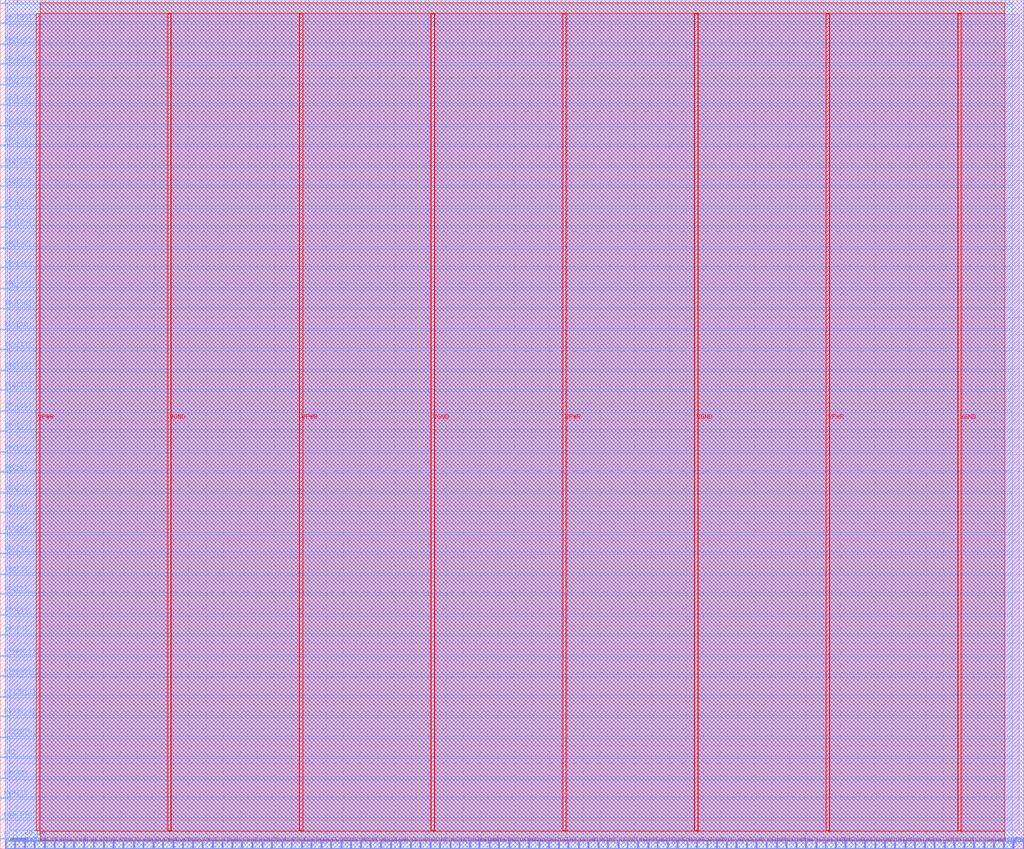
<source format=lef>
VERSION 5.7 ;
  NOWIREEXTENSIONATPIN ON ;
  DIVIDERCHAR "/" ;
  BUSBITCHARS "[]" ;
MACRO NfiVe32_SYS
  CLASS BLOCK ;
  FOREIGN NfiVe32_SYS ;
  ORIGIN 0.000 0.000 ;
  SIZE 597.010 BY 495.370 ;
  PIN HADDR[0]
    DIRECTION OUTPUT TRISTATE ;
    USE SIGNAL ;
    PORT
      LAYER met2 ;
        RECT 2.850 0.000 3.130 4.000 ;
    END
  END HADDR[0]
  PIN HADDR[10]
    DIRECTION OUTPUT TRISTATE ;
    USE SIGNAL ;
    PORT
      LAYER met2 ;
        RECT 60.350 0.000 60.630 4.000 ;
    END
  END HADDR[10]
  PIN HADDR[11]
    DIRECTION OUTPUT TRISTATE ;
    USE SIGNAL ;
    PORT
      LAYER met2 ;
        RECT 65.870 0.000 66.150 4.000 ;
    END
  END HADDR[11]
  PIN HADDR[12]
    DIRECTION OUTPUT TRISTATE ;
    USE SIGNAL ;
    PORT
      LAYER met2 ;
        RECT 71.850 0.000 72.130 4.000 ;
    END
  END HADDR[12]
  PIN HADDR[13]
    DIRECTION OUTPUT TRISTATE ;
    USE SIGNAL ;
    PORT
      LAYER met2 ;
        RECT 77.830 0.000 78.110 4.000 ;
    END
  END HADDR[13]
  PIN HADDR[14]
    DIRECTION OUTPUT TRISTATE ;
    USE SIGNAL ;
    PORT
      LAYER met2 ;
        RECT 83.350 0.000 83.630 4.000 ;
    END
  END HADDR[14]
  PIN HADDR[15]
    DIRECTION OUTPUT TRISTATE ;
    USE SIGNAL ;
    PORT
      LAYER met2 ;
        RECT 89.330 0.000 89.610 4.000 ;
    END
  END HADDR[15]
  PIN HADDR[16]
    DIRECTION OUTPUT TRISTATE ;
    USE SIGNAL ;
    PORT
      LAYER met2 ;
        RECT 94.850 0.000 95.130 4.000 ;
    END
  END HADDR[16]
  PIN HADDR[17]
    DIRECTION OUTPUT TRISTATE ;
    USE SIGNAL ;
    PORT
      LAYER met2 ;
        RECT 100.830 0.000 101.110 4.000 ;
    END
  END HADDR[17]
  PIN HADDR[18]
    DIRECTION OUTPUT TRISTATE ;
    USE SIGNAL ;
    PORT
      LAYER met2 ;
        RECT 106.350 0.000 106.630 4.000 ;
    END
  END HADDR[18]
  PIN HADDR[19]
    DIRECTION OUTPUT TRISTATE ;
    USE SIGNAL ;
    PORT
      LAYER met2 ;
        RECT 112.330 0.000 112.610 4.000 ;
    END
  END HADDR[19]
  PIN HADDR[1]
    DIRECTION OUTPUT TRISTATE ;
    USE SIGNAL ;
    PORT
      LAYER met2 ;
        RECT 8.370 0.000 8.650 4.000 ;
    END
  END HADDR[1]
  PIN HADDR[20]
    DIRECTION OUTPUT TRISTATE ;
    USE SIGNAL ;
    PORT
      LAYER met2 ;
        RECT 117.850 0.000 118.130 4.000 ;
    END
  END HADDR[20]
  PIN HADDR[21]
    DIRECTION OUTPUT TRISTATE ;
    USE SIGNAL ;
    PORT
      LAYER met2 ;
        RECT 123.830 0.000 124.110 4.000 ;
    END
  END HADDR[21]
  PIN HADDR[22]
    DIRECTION OUTPUT TRISTATE ;
    USE SIGNAL ;
    PORT
      LAYER met2 ;
        RECT 129.350 0.000 129.630 4.000 ;
    END
  END HADDR[22]
  PIN HADDR[23]
    DIRECTION OUTPUT TRISTATE ;
    USE SIGNAL ;
    PORT
      LAYER met2 ;
        RECT 135.330 0.000 135.610 4.000 ;
    END
  END HADDR[23]
  PIN HADDR[24]
    DIRECTION OUTPUT TRISTATE ;
    USE SIGNAL ;
    PORT
      LAYER met2 ;
        RECT 140.850 0.000 141.130 4.000 ;
    END
  END HADDR[24]
  PIN HADDR[25]
    DIRECTION OUTPUT TRISTATE ;
    USE SIGNAL ;
    PORT
      LAYER met2 ;
        RECT 146.830 0.000 147.110 4.000 ;
    END
  END HADDR[25]
  PIN HADDR[26]
    DIRECTION OUTPUT TRISTATE ;
    USE SIGNAL ;
    PORT
      LAYER met2 ;
        RECT 152.810 0.000 153.090 4.000 ;
    END
  END HADDR[26]
  PIN HADDR[27]
    DIRECTION OUTPUT TRISTATE ;
    USE SIGNAL ;
    PORT
      LAYER met2 ;
        RECT 158.330 0.000 158.610 4.000 ;
    END
  END HADDR[27]
  PIN HADDR[28]
    DIRECTION OUTPUT TRISTATE ;
    USE SIGNAL ;
    PORT
      LAYER met2 ;
        RECT 164.310 0.000 164.590 4.000 ;
    END
  END HADDR[28]
  PIN HADDR[29]
    DIRECTION OUTPUT TRISTATE ;
    USE SIGNAL ;
    PORT
      LAYER met2 ;
        RECT 169.830 0.000 170.110 4.000 ;
    END
  END HADDR[29]
  PIN HADDR[2]
    DIRECTION OUTPUT TRISTATE ;
    USE SIGNAL ;
    PORT
      LAYER met2 ;
        RECT 14.350 0.000 14.630 4.000 ;
    END
  END HADDR[2]
  PIN HADDR[30]
    DIRECTION OUTPUT TRISTATE ;
    USE SIGNAL ;
    PORT
      LAYER met2 ;
        RECT 175.810 0.000 176.090 4.000 ;
    END
  END HADDR[30]
  PIN HADDR[31]
    DIRECTION OUTPUT TRISTATE ;
    USE SIGNAL ;
    PORT
      LAYER met2 ;
        RECT 181.330 0.000 181.610 4.000 ;
    END
  END HADDR[31]
  PIN HADDR[3]
    DIRECTION OUTPUT TRISTATE ;
    USE SIGNAL ;
    PORT
      LAYER met2 ;
        RECT 19.870 0.000 20.150 4.000 ;
    END
  END HADDR[3]
  PIN HADDR[4]
    DIRECTION OUTPUT TRISTATE ;
    USE SIGNAL ;
    PORT
      LAYER met2 ;
        RECT 25.850 0.000 26.130 4.000 ;
    END
  END HADDR[4]
  PIN HADDR[5]
    DIRECTION OUTPUT TRISTATE ;
    USE SIGNAL ;
    PORT
      LAYER met2 ;
        RECT 31.370 0.000 31.650 4.000 ;
    END
  END HADDR[5]
  PIN HADDR[6]
    DIRECTION OUTPUT TRISTATE ;
    USE SIGNAL ;
    PORT
      LAYER met2 ;
        RECT 37.350 0.000 37.630 4.000 ;
    END
  END HADDR[6]
  PIN HADDR[7]
    DIRECTION OUTPUT TRISTATE ;
    USE SIGNAL ;
    PORT
      LAYER met2 ;
        RECT 42.870 0.000 43.150 4.000 ;
    END
  END HADDR[7]
  PIN HADDR[8]
    DIRECTION OUTPUT TRISTATE ;
    USE SIGNAL ;
    PORT
      LAYER met2 ;
        RECT 48.850 0.000 49.130 4.000 ;
    END
  END HADDR[8]
  PIN HADDR[9]
    DIRECTION OUTPUT TRISTATE ;
    USE SIGNAL ;
    PORT
      LAYER met2 ;
        RECT 54.370 0.000 54.650 4.000 ;
    END
  END HADDR[9]
  PIN HCLK
    DIRECTION INPUT ;
    USE SIGNAL ;
    PORT
      LAYER met3 ;
        RECT 0.000 5.480 4.000 6.080 ;
    END
  END HCLK
  PIN HRDATA[0]
    DIRECTION INPUT ;
    USE SIGNAL ;
    PORT
      LAYER met2 ;
        RECT 187.310 0.000 187.590 4.000 ;
    END
  END HRDATA[0]
  PIN HRDATA[10]
    DIRECTION INPUT ;
    USE SIGNAL ;
    PORT
      LAYER met2 ;
        RECT 244.810 0.000 245.090 4.000 ;
    END
  END HRDATA[10]
  PIN HRDATA[11]
    DIRECTION INPUT ;
    USE SIGNAL ;
    PORT
      LAYER met2 ;
        RECT 250.790 0.000 251.070 4.000 ;
    END
  END HRDATA[11]
  PIN HRDATA[12]
    DIRECTION INPUT ;
    USE SIGNAL ;
    PORT
      LAYER met2 ;
        RECT 256.310 0.000 256.590 4.000 ;
    END
  END HRDATA[12]
  PIN HRDATA[13]
    DIRECTION INPUT ;
    USE SIGNAL ;
    PORT
      LAYER met2 ;
        RECT 262.290 0.000 262.570 4.000 ;
    END
  END HRDATA[13]
  PIN HRDATA[14]
    DIRECTION INPUT ;
    USE SIGNAL ;
    PORT
      LAYER met2 ;
        RECT 267.810 0.000 268.090 4.000 ;
    END
  END HRDATA[14]
  PIN HRDATA[15]
    DIRECTION INPUT ;
    USE SIGNAL ;
    PORT
      LAYER met2 ;
        RECT 273.790 0.000 274.070 4.000 ;
    END
  END HRDATA[15]
  PIN HRDATA[16]
    DIRECTION INPUT ;
    USE SIGNAL ;
    PORT
      LAYER met2 ;
        RECT 279.310 0.000 279.590 4.000 ;
    END
  END HRDATA[16]
  PIN HRDATA[17]
    DIRECTION INPUT ;
    USE SIGNAL ;
    PORT
      LAYER met2 ;
        RECT 285.290 0.000 285.570 4.000 ;
    END
  END HRDATA[17]
  PIN HRDATA[18]
    DIRECTION INPUT ;
    USE SIGNAL ;
    PORT
      LAYER met2 ;
        RECT 290.810 0.000 291.090 4.000 ;
    END
  END HRDATA[18]
  PIN HRDATA[19]
    DIRECTION INPUT ;
    USE SIGNAL ;
    PORT
      LAYER met2 ;
        RECT 296.790 0.000 297.070 4.000 ;
    END
  END HRDATA[19]
  PIN HRDATA[1]
    DIRECTION INPUT ;
    USE SIGNAL ;
    PORT
      LAYER met2 ;
        RECT 192.830 0.000 193.110 4.000 ;
    END
  END HRDATA[1]
  PIN HRDATA[20]
    DIRECTION INPUT ;
    USE SIGNAL ;
    PORT
      LAYER met2 ;
        RECT 302.770 0.000 303.050 4.000 ;
    END
  END HRDATA[20]
  PIN HRDATA[21]
    DIRECTION INPUT ;
    USE SIGNAL ;
    PORT
      LAYER met2 ;
        RECT 308.290 0.000 308.570 4.000 ;
    END
  END HRDATA[21]
  PIN HRDATA[22]
    DIRECTION INPUT ;
    USE SIGNAL ;
    PORT
      LAYER met2 ;
        RECT 314.270 0.000 314.550 4.000 ;
    END
  END HRDATA[22]
  PIN HRDATA[23]
    DIRECTION INPUT ;
    USE SIGNAL ;
    PORT
      LAYER met2 ;
        RECT 319.790 0.000 320.070 4.000 ;
    END
  END HRDATA[23]
  PIN HRDATA[24]
    DIRECTION INPUT ;
    USE SIGNAL ;
    PORT
      LAYER met2 ;
        RECT 325.770 0.000 326.050 4.000 ;
    END
  END HRDATA[24]
  PIN HRDATA[25]
    DIRECTION INPUT ;
    USE SIGNAL ;
    PORT
      LAYER met2 ;
        RECT 331.290 0.000 331.570 4.000 ;
    END
  END HRDATA[25]
  PIN HRDATA[26]
    DIRECTION INPUT ;
    USE SIGNAL ;
    PORT
      LAYER met2 ;
        RECT 337.270 0.000 337.550 4.000 ;
    END
  END HRDATA[26]
  PIN HRDATA[27]
    DIRECTION INPUT ;
    USE SIGNAL ;
    PORT
      LAYER met2 ;
        RECT 342.790 0.000 343.070 4.000 ;
    END
  END HRDATA[27]
  PIN HRDATA[28]
    DIRECTION INPUT ;
    USE SIGNAL ;
    PORT
      LAYER met2 ;
        RECT 348.770 0.000 349.050 4.000 ;
    END
  END HRDATA[28]
  PIN HRDATA[29]
    DIRECTION INPUT ;
    USE SIGNAL ;
    PORT
      LAYER met2 ;
        RECT 354.290 0.000 354.570 4.000 ;
    END
  END HRDATA[29]
  PIN HRDATA[2]
    DIRECTION INPUT ;
    USE SIGNAL ;
    PORT
      LAYER met2 ;
        RECT 198.810 0.000 199.090 4.000 ;
    END
  END HRDATA[2]
  PIN HRDATA[30]
    DIRECTION INPUT ;
    USE SIGNAL ;
    PORT
      LAYER met2 ;
        RECT 360.270 0.000 360.550 4.000 ;
    END
  END HRDATA[30]
  PIN HRDATA[31]
    DIRECTION INPUT ;
    USE SIGNAL ;
    PORT
      LAYER met2 ;
        RECT 365.790 0.000 366.070 4.000 ;
    END
  END HRDATA[31]
  PIN HRDATA[3]
    DIRECTION INPUT ;
    USE SIGNAL ;
    PORT
      LAYER met2 ;
        RECT 204.330 0.000 204.610 4.000 ;
    END
  END HRDATA[3]
  PIN HRDATA[4]
    DIRECTION INPUT ;
    USE SIGNAL ;
    PORT
      LAYER met2 ;
        RECT 210.310 0.000 210.590 4.000 ;
    END
  END HRDATA[4]
  PIN HRDATA[5]
    DIRECTION INPUT ;
    USE SIGNAL ;
    PORT
      LAYER met2 ;
        RECT 215.830 0.000 216.110 4.000 ;
    END
  END HRDATA[5]
  PIN HRDATA[6]
    DIRECTION INPUT ;
    USE SIGNAL ;
    PORT
      LAYER met2 ;
        RECT 221.810 0.000 222.090 4.000 ;
    END
  END HRDATA[6]
  PIN HRDATA[7]
    DIRECTION INPUT ;
    USE SIGNAL ;
    PORT
      LAYER met2 ;
        RECT 227.790 0.000 228.070 4.000 ;
    END
  END HRDATA[7]
  PIN HRDATA[8]
    DIRECTION INPUT ;
    USE SIGNAL ;
    PORT
      LAYER met2 ;
        RECT 233.310 0.000 233.590 4.000 ;
    END
  END HRDATA[8]
  PIN HRDATA[9]
    DIRECTION INPUT ;
    USE SIGNAL ;
    PORT
      LAYER met2 ;
        RECT 239.290 0.000 239.570 4.000 ;
    END
  END HRDATA[9]
  PIN HREADY
    DIRECTION INPUT ;
    USE SIGNAL ;
    PORT
      LAYER met3 ;
        RECT 0.000 40.840 4.000 41.440 ;
    END
  END HREADY
  PIN HRESETn
    DIRECTION INPUT ;
    USE SIGNAL ;
    PORT
      LAYER met3 ;
        RECT 0.000 17.040 4.000 17.640 ;
    END
  END HRESETn
  PIN HSIZE[0]
    DIRECTION OUTPUT TRISTATE ;
    USE SIGNAL ;
    PORT
      LAYER met3 ;
        RECT 0.000 64.640 4.000 65.240 ;
    END
  END HSIZE[0]
  PIN HSIZE[1]
    DIRECTION OUTPUT TRISTATE ;
    USE SIGNAL ;
    PORT
      LAYER met3 ;
        RECT 0.000 76.880 4.000 77.480 ;
    END
  END HSIZE[1]
  PIN HSIZE[2]
    DIRECTION OUTPUT TRISTATE ;
    USE SIGNAL ;
    PORT
      LAYER met3 ;
        RECT 0.000 88.440 4.000 89.040 ;
    END
  END HSIZE[2]
  PIN HTRANS[0]
    DIRECTION OUTPUT TRISTATE ;
    USE SIGNAL ;
    PORT
      LAYER met3 ;
        RECT 0.000 100.680 4.000 101.280 ;
    END
  END HTRANS[0]
  PIN HTRANS[1]
    DIRECTION OUTPUT TRISTATE ;
    USE SIGNAL ;
    PORT
      LAYER met3 ;
        RECT 0.000 112.240 4.000 112.840 ;
    END
  END HTRANS[1]
  PIN HWDATA[0]
    DIRECTION OUTPUT TRISTATE ;
    USE SIGNAL ;
    PORT
      LAYER met2 ;
        RECT 371.770 0.000 372.050 4.000 ;
    END
  END HWDATA[0]
  PIN HWDATA[10]
    DIRECTION OUTPUT TRISTATE ;
    USE SIGNAL ;
    PORT
      LAYER met2 ;
        RECT 429.270 0.000 429.550 4.000 ;
    END
  END HWDATA[10]
  PIN HWDATA[11]
    DIRECTION OUTPUT TRISTATE ;
    USE SIGNAL ;
    PORT
      LAYER met2 ;
        RECT 435.250 0.000 435.530 4.000 ;
    END
  END HWDATA[11]
  PIN HWDATA[12]
    DIRECTION OUTPUT TRISTATE ;
    USE SIGNAL ;
    PORT
      LAYER met2 ;
        RECT 440.770 0.000 441.050 4.000 ;
    END
  END HWDATA[12]
  PIN HWDATA[13]
    DIRECTION OUTPUT TRISTATE ;
    USE SIGNAL ;
    PORT
      LAYER met2 ;
        RECT 446.750 0.000 447.030 4.000 ;
    END
  END HWDATA[13]
  PIN HWDATA[14]
    DIRECTION OUTPUT TRISTATE ;
    USE SIGNAL ;
    PORT
      LAYER met2 ;
        RECT 452.730 0.000 453.010 4.000 ;
    END
  END HWDATA[14]
  PIN HWDATA[15]
    DIRECTION OUTPUT TRISTATE ;
    USE SIGNAL ;
    PORT
      LAYER met2 ;
        RECT 458.250 0.000 458.530 4.000 ;
    END
  END HWDATA[15]
  PIN HWDATA[16]
    DIRECTION OUTPUT TRISTATE ;
    USE SIGNAL ;
    PORT
      LAYER met2 ;
        RECT 464.230 0.000 464.510 4.000 ;
    END
  END HWDATA[16]
  PIN HWDATA[17]
    DIRECTION OUTPUT TRISTATE ;
    USE SIGNAL ;
    PORT
      LAYER met2 ;
        RECT 469.750 0.000 470.030 4.000 ;
    END
  END HWDATA[17]
  PIN HWDATA[18]
    DIRECTION OUTPUT TRISTATE ;
    USE SIGNAL ;
    PORT
      LAYER met2 ;
        RECT 475.730 0.000 476.010 4.000 ;
    END
  END HWDATA[18]
  PIN HWDATA[19]
    DIRECTION OUTPUT TRISTATE ;
    USE SIGNAL ;
    PORT
      LAYER met2 ;
        RECT 481.250 0.000 481.530 4.000 ;
    END
  END HWDATA[19]
  PIN HWDATA[1]
    DIRECTION OUTPUT TRISTATE ;
    USE SIGNAL ;
    PORT
      LAYER met2 ;
        RECT 377.750 0.000 378.030 4.000 ;
    END
  END HWDATA[1]
  PIN HWDATA[20]
    DIRECTION OUTPUT TRISTATE ;
    USE SIGNAL ;
    PORT
      LAYER met2 ;
        RECT 487.230 0.000 487.510 4.000 ;
    END
  END HWDATA[20]
  PIN HWDATA[21]
    DIRECTION OUTPUT TRISTATE ;
    USE SIGNAL ;
    PORT
      LAYER met2 ;
        RECT 492.750 0.000 493.030 4.000 ;
    END
  END HWDATA[21]
  PIN HWDATA[22]
    DIRECTION OUTPUT TRISTATE ;
    USE SIGNAL ;
    PORT
      LAYER met2 ;
        RECT 498.730 0.000 499.010 4.000 ;
    END
  END HWDATA[22]
  PIN HWDATA[23]
    DIRECTION OUTPUT TRISTATE ;
    USE SIGNAL ;
    PORT
      LAYER met2 ;
        RECT 504.250 0.000 504.530 4.000 ;
    END
  END HWDATA[23]
  PIN HWDATA[24]
    DIRECTION OUTPUT TRISTATE ;
    USE SIGNAL ;
    PORT
      LAYER met2 ;
        RECT 510.230 0.000 510.510 4.000 ;
    END
  END HWDATA[24]
  PIN HWDATA[25]
    DIRECTION OUTPUT TRISTATE ;
    USE SIGNAL ;
    PORT
      LAYER met2 ;
        RECT 515.750 0.000 516.030 4.000 ;
    END
  END HWDATA[25]
  PIN HWDATA[26]
    DIRECTION OUTPUT TRISTATE ;
    USE SIGNAL ;
    PORT
      LAYER met2 ;
        RECT 521.730 0.000 522.010 4.000 ;
    END
  END HWDATA[26]
  PIN HWDATA[27]
    DIRECTION OUTPUT TRISTATE ;
    USE SIGNAL ;
    PORT
      LAYER met2 ;
        RECT 527.710 0.000 527.990 4.000 ;
    END
  END HWDATA[27]
  PIN HWDATA[28]
    DIRECTION OUTPUT TRISTATE ;
    USE SIGNAL ;
    PORT
      LAYER met2 ;
        RECT 533.230 0.000 533.510 4.000 ;
    END
  END HWDATA[28]
  PIN HWDATA[29]
    DIRECTION OUTPUT TRISTATE ;
    USE SIGNAL ;
    PORT
      LAYER met2 ;
        RECT 539.210 0.000 539.490 4.000 ;
    END
  END HWDATA[29]
  PIN HWDATA[2]
    DIRECTION OUTPUT TRISTATE ;
    USE SIGNAL ;
    PORT
      LAYER met2 ;
        RECT 383.270 0.000 383.550 4.000 ;
    END
  END HWDATA[2]
  PIN HWDATA[30]
    DIRECTION OUTPUT TRISTATE ;
    USE SIGNAL ;
    PORT
      LAYER met2 ;
        RECT 544.730 0.000 545.010 4.000 ;
    END
  END HWDATA[30]
  PIN HWDATA[31]
    DIRECTION OUTPUT TRISTATE ;
    USE SIGNAL ;
    PORT
      LAYER met2 ;
        RECT 550.710 0.000 550.990 4.000 ;
    END
  END HWDATA[31]
  PIN HWDATA[3]
    DIRECTION OUTPUT TRISTATE ;
    USE SIGNAL ;
    PORT
      LAYER met2 ;
        RECT 389.250 0.000 389.530 4.000 ;
    END
  END HWDATA[3]
  PIN HWDATA[4]
    DIRECTION OUTPUT TRISTATE ;
    USE SIGNAL ;
    PORT
      LAYER met2 ;
        RECT 394.770 0.000 395.050 4.000 ;
    END
  END HWDATA[4]
  PIN HWDATA[5]
    DIRECTION OUTPUT TRISTATE ;
    USE SIGNAL ;
    PORT
      LAYER met2 ;
        RECT 400.750 0.000 401.030 4.000 ;
    END
  END HWDATA[5]
  PIN HWDATA[6]
    DIRECTION OUTPUT TRISTATE ;
    USE SIGNAL ;
    PORT
      LAYER met2 ;
        RECT 406.270 0.000 406.550 4.000 ;
    END
  END HWDATA[6]
  PIN HWDATA[7]
    DIRECTION OUTPUT TRISTATE ;
    USE SIGNAL ;
    PORT
      LAYER met2 ;
        RECT 412.250 0.000 412.530 4.000 ;
    END
  END HWDATA[7]
  PIN HWDATA[8]
    DIRECTION OUTPUT TRISTATE ;
    USE SIGNAL ;
    PORT
      LAYER met2 ;
        RECT 417.770 0.000 418.050 4.000 ;
    END
  END HWDATA[8]
  PIN HWDATA[9]
    DIRECTION OUTPUT TRISTATE ;
    USE SIGNAL ;
    PORT
      LAYER met2 ;
        RECT 423.750 0.000 424.030 4.000 ;
    END
  END HWDATA[9]
  PIN HWRITE
    DIRECTION OUTPUT TRISTATE ;
    USE SIGNAL ;
    PORT
      LAYER met3 ;
        RECT 0.000 29.280 4.000 29.880 ;
    END
  END HWRITE
  PIN IRQ[0]
    DIRECTION INPUT ;
    USE SIGNAL ;
    PORT
      LAYER met3 ;
        RECT 0.000 124.480 4.000 125.080 ;
    END
  END IRQ[0]
  PIN IRQ[10]
    DIRECTION INPUT ;
    USE SIGNAL ;
    PORT
      LAYER met3 ;
        RECT 0.000 243.480 4.000 244.080 ;
    END
  END IRQ[10]
  PIN IRQ[11]
    DIRECTION INPUT ;
    USE SIGNAL ;
    PORT
      LAYER met3 ;
        RECT 0.000 255.040 4.000 255.640 ;
    END
  END IRQ[11]
  PIN IRQ[12]
    DIRECTION INPUT ;
    USE SIGNAL ;
    PORT
      LAYER met3 ;
        RECT 0.000 267.280 4.000 267.880 ;
    END
  END IRQ[12]
  PIN IRQ[13]
    DIRECTION INPUT ;
    USE SIGNAL ;
    PORT
      LAYER met3 ;
        RECT 0.000 278.840 4.000 279.440 ;
    END
  END IRQ[13]
  PIN IRQ[14]
    DIRECTION INPUT ;
    USE SIGNAL ;
    PORT
      LAYER met3 ;
        RECT 0.000 291.080 4.000 291.680 ;
    END
  END IRQ[14]
  PIN IRQ[15]
    DIRECTION INPUT ;
    USE SIGNAL ;
    PORT
      LAYER met3 ;
        RECT 0.000 302.640 4.000 303.240 ;
    END
  END IRQ[15]
  PIN IRQ[16]
    DIRECTION INPUT ;
    USE SIGNAL ;
    PORT
      LAYER met3 ;
        RECT 0.000 314.880 4.000 315.480 ;
    END
  END IRQ[16]
  PIN IRQ[17]
    DIRECTION INPUT ;
    USE SIGNAL ;
    PORT
      LAYER met3 ;
        RECT 0.000 326.440 4.000 327.040 ;
    END
  END IRQ[17]
  PIN IRQ[18]
    DIRECTION INPUT ;
    USE SIGNAL ;
    PORT
      LAYER met3 ;
        RECT 0.000 338.680 4.000 339.280 ;
    END
  END IRQ[18]
  PIN IRQ[19]
    DIRECTION INPUT ;
    USE SIGNAL ;
    PORT
      LAYER met3 ;
        RECT 0.000 350.240 4.000 350.840 ;
    END
  END IRQ[19]
  PIN IRQ[1]
    DIRECTION INPUT ;
    USE SIGNAL ;
    PORT
      LAYER met3 ;
        RECT 0.000 136.040 4.000 136.640 ;
    END
  END IRQ[1]
  PIN IRQ[20]
    DIRECTION INPUT ;
    USE SIGNAL ;
    PORT
      LAYER met3 ;
        RECT 0.000 362.480 4.000 363.080 ;
    END
  END IRQ[20]
  PIN IRQ[21]
    DIRECTION INPUT ;
    USE SIGNAL ;
    PORT
      LAYER met3 ;
        RECT 0.000 374.040 4.000 374.640 ;
    END
  END IRQ[21]
  PIN IRQ[22]
    DIRECTION INPUT ;
    USE SIGNAL ;
    PORT
      LAYER met3 ;
        RECT 0.000 386.280 4.000 386.880 ;
    END
  END IRQ[22]
  PIN IRQ[23]
    DIRECTION INPUT ;
    USE SIGNAL ;
    PORT
      LAYER met3 ;
        RECT 0.000 397.840 4.000 398.440 ;
    END
  END IRQ[23]
  PIN IRQ[24]
    DIRECTION INPUT ;
    USE SIGNAL ;
    PORT
      LAYER met3 ;
        RECT 0.000 410.080 4.000 410.680 ;
    END
  END IRQ[24]
  PIN IRQ[25]
    DIRECTION INPUT ;
    USE SIGNAL ;
    PORT
      LAYER met3 ;
        RECT 0.000 421.640 4.000 422.240 ;
    END
  END IRQ[25]
  PIN IRQ[26]
    DIRECTION INPUT ;
    USE SIGNAL ;
    PORT
      LAYER met3 ;
        RECT 0.000 433.880 4.000 434.480 ;
    END
  END IRQ[26]
  PIN IRQ[27]
    DIRECTION INPUT ;
    USE SIGNAL ;
    PORT
      LAYER met3 ;
        RECT 0.000 445.440 4.000 446.040 ;
    END
  END IRQ[27]
  PIN IRQ[28]
    DIRECTION INPUT ;
    USE SIGNAL ;
    PORT
      LAYER met3 ;
        RECT 0.000 457.680 4.000 458.280 ;
    END
  END IRQ[28]
  PIN IRQ[29]
    DIRECTION INPUT ;
    USE SIGNAL ;
    PORT
      LAYER met3 ;
        RECT 0.000 469.240 4.000 469.840 ;
    END
  END IRQ[29]
  PIN IRQ[2]
    DIRECTION INPUT ;
    USE SIGNAL ;
    PORT
      LAYER met3 ;
        RECT 0.000 148.280 4.000 148.880 ;
    END
  END IRQ[2]
  PIN IRQ[30]
    DIRECTION INPUT ;
    USE SIGNAL ;
    PORT
      LAYER met3 ;
        RECT 0.000 481.480 4.000 482.080 ;
    END
  END IRQ[30]
  PIN IRQ[31]
    DIRECTION INPUT ;
    USE SIGNAL ;
    PORT
      LAYER met3 ;
        RECT 0.000 493.040 4.000 493.640 ;
    END
  END IRQ[31]
  PIN IRQ[3]
    DIRECTION INPUT ;
    USE SIGNAL ;
    PORT
      LAYER met3 ;
        RECT 0.000 159.840 4.000 160.440 ;
    END
  END IRQ[3]
  PIN IRQ[4]
    DIRECTION INPUT ;
    USE SIGNAL ;
    PORT
      LAYER met3 ;
        RECT 0.000 172.080 4.000 172.680 ;
    END
  END IRQ[4]
  PIN IRQ[5]
    DIRECTION INPUT ;
    USE SIGNAL ;
    PORT
      LAYER met3 ;
        RECT 0.000 183.640 4.000 184.240 ;
    END
  END IRQ[5]
  PIN IRQ[6]
    DIRECTION INPUT ;
    USE SIGNAL ;
    PORT
      LAYER met3 ;
        RECT 0.000 195.880 4.000 196.480 ;
    END
  END IRQ[6]
  PIN IRQ[7]
    DIRECTION INPUT ;
    USE SIGNAL ;
    PORT
      LAYER met3 ;
        RECT 0.000 207.440 4.000 208.040 ;
    END
  END IRQ[7]
  PIN IRQ[8]
    DIRECTION INPUT ;
    USE SIGNAL ;
    PORT
      LAYER met3 ;
        RECT 0.000 219.680 4.000 220.280 ;
    END
  END IRQ[8]
  PIN IRQ[9]
    DIRECTION INPUT ;
    USE SIGNAL ;
    PORT
      LAYER met3 ;
        RECT 0.000 231.240 4.000 231.840 ;
    END
  END IRQ[9]
  PIN NMI
    DIRECTION INPUT ;
    USE SIGNAL ;
    PORT
      LAYER met3 ;
        RECT 0.000 53.080 4.000 53.680 ;
    END
  END NMI
  PIN SYSTICKCLKDIV[0]
    DIRECTION INPUT ;
    USE SIGNAL ;
    PORT
      LAYER met2 ;
        RECT 556.230 0.000 556.510 4.000 ;
    END
  END SYSTICKCLKDIV[0]
  PIN SYSTICKCLKDIV[1]
    DIRECTION INPUT ;
    USE SIGNAL ;
    PORT
      LAYER met2 ;
        RECT 562.210 0.000 562.490 4.000 ;
    END
  END SYSTICKCLKDIV[1]
  PIN SYSTICKCLKDIV[2]
    DIRECTION INPUT ;
    USE SIGNAL ;
    PORT
      LAYER met2 ;
        RECT 567.730 0.000 568.010 4.000 ;
    END
  END SYSTICKCLKDIV[2]
  PIN SYSTICKCLKDIV[3]
    DIRECTION INPUT ;
    USE SIGNAL ;
    PORT
      LAYER met2 ;
        RECT 573.710 0.000 573.990 4.000 ;
    END
  END SYSTICKCLKDIV[3]
  PIN SYSTICKCLKDIV[4]
    DIRECTION INPUT ;
    USE SIGNAL ;
    PORT
      LAYER met2 ;
        RECT 579.230 0.000 579.510 4.000 ;
    END
  END SYSTICKCLKDIV[4]
  PIN SYSTICKCLKDIV[5]
    DIRECTION INPUT ;
    USE SIGNAL ;
    PORT
      LAYER met2 ;
        RECT 585.210 0.000 585.490 4.000 ;
    END
  END SYSTICKCLKDIV[5]
  PIN SYSTICKCLKDIV[6]
    DIRECTION INPUT ;
    USE SIGNAL ;
    PORT
      LAYER met2 ;
        RECT 590.730 0.000 591.010 4.000 ;
    END
  END SYSTICKCLKDIV[6]
  PIN SYSTICKCLKDIV[7]
    DIRECTION INPUT ;
    USE SIGNAL ;
    PORT
      LAYER met2 ;
        RECT 596.710 0.000 596.990 4.000 ;
    END
  END SYSTICKCLKDIV[7]
  PIN VPWR
    DIRECTION INOUT ;
    USE POWER ;
    PORT
      LAYER met4 ;
        RECT 481.840 10.640 483.440 487.120 ;
    END
  END VPWR
  PIN VPWR
    DIRECTION INOUT ;
    USE POWER ;
    PORT
      LAYER met4 ;
        RECT 328.240 10.640 329.840 487.120 ;
    END
  END VPWR
  PIN VPWR
    DIRECTION INOUT ;
    USE POWER ;
    PORT
      LAYER met4 ;
        RECT 174.640 10.640 176.240 487.120 ;
    END
  END VPWR
  PIN VPWR
    DIRECTION INOUT ;
    USE POWER ;
    PORT
      LAYER met4 ;
        RECT 21.040 10.640 22.640 487.120 ;
    END
  END VPWR
  PIN VGND
    DIRECTION INOUT ;
    USE GROUND ;
    PORT
      LAYER met4 ;
        RECT 558.640 10.640 560.240 487.120 ;
    END
  END VGND
  PIN VGND
    DIRECTION INOUT ;
    USE GROUND ;
    PORT
      LAYER met4 ;
        RECT 405.040 10.640 406.640 487.120 ;
    END
  END VGND
  PIN VGND
    DIRECTION INOUT ;
    USE GROUND ;
    PORT
      LAYER met4 ;
        RECT 251.440 10.640 253.040 487.120 ;
    END
  END VGND
  PIN VGND
    DIRECTION INOUT ;
    USE GROUND ;
    PORT
      LAYER met4 ;
        RECT 97.840 10.640 99.440 487.120 ;
    END
  END VGND
  OBS
      LAYER li1 ;
        RECT 5.520 10.795 594.320 486.965 ;
      LAYER met1 ;
        RECT 2.830 0.040 597.010 495.340 ;
      LAYER met2 ;
        RECT 2.860 4.280 596.980 495.370 ;
        RECT 3.410 0.010 8.090 4.280 ;
        RECT 8.930 0.010 14.070 4.280 ;
        RECT 14.910 0.010 19.590 4.280 ;
        RECT 20.430 0.010 25.570 4.280 ;
        RECT 26.410 0.010 31.090 4.280 ;
        RECT 31.930 0.010 37.070 4.280 ;
        RECT 37.910 0.010 42.590 4.280 ;
        RECT 43.430 0.010 48.570 4.280 ;
        RECT 49.410 0.010 54.090 4.280 ;
        RECT 54.930 0.010 60.070 4.280 ;
        RECT 60.910 0.010 65.590 4.280 ;
        RECT 66.430 0.010 71.570 4.280 ;
        RECT 72.410 0.010 77.550 4.280 ;
        RECT 78.390 0.010 83.070 4.280 ;
        RECT 83.910 0.010 89.050 4.280 ;
        RECT 89.890 0.010 94.570 4.280 ;
        RECT 95.410 0.010 100.550 4.280 ;
        RECT 101.390 0.010 106.070 4.280 ;
        RECT 106.910 0.010 112.050 4.280 ;
        RECT 112.890 0.010 117.570 4.280 ;
        RECT 118.410 0.010 123.550 4.280 ;
        RECT 124.390 0.010 129.070 4.280 ;
        RECT 129.910 0.010 135.050 4.280 ;
        RECT 135.890 0.010 140.570 4.280 ;
        RECT 141.410 0.010 146.550 4.280 ;
        RECT 147.390 0.010 152.530 4.280 ;
        RECT 153.370 0.010 158.050 4.280 ;
        RECT 158.890 0.010 164.030 4.280 ;
        RECT 164.870 0.010 169.550 4.280 ;
        RECT 170.390 0.010 175.530 4.280 ;
        RECT 176.370 0.010 181.050 4.280 ;
        RECT 181.890 0.010 187.030 4.280 ;
        RECT 187.870 0.010 192.550 4.280 ;
        RECT 193.390 0.010 198.530 4.280 ;
        RECT 199.370 0.010 204.050 4.280 ;
        RECT 204.890 0.010 210.030 4.280 ;
        RECT 210.870 0.010 215.550 4.280 ;
        RECT 216.390 0.010 221.530 4.280 ;
        RECT 222.370 0.010 227.510 4.280 ;
        RECT 228.350 0.010 233.030 4.280 ;
        RECT 233.870 0.010 239.010 4.280 ;
        RECT 239.850 0.010 244.530 4.280 ;
        RECT 245.370 0.010 250.510 4.280 ;
        RECT 251.350 0.010 256.030 4.280 ;
        RECT 256.870 0.010 262.010 4.280 ;
        RECT 262.850 0.010 267.530 4.280 ;
        RECT 268.370 0.010 273.510 4.280 ;
        RECT 274.350 0.010 279.030 4.280 ;
        RECT 279.870 0.010 285.010 4.280 ;
        RECT 285.850 0.010 290.530 4.280 ;
        RECT 291.370 0.010 296.510 4.280 ;
        RECT 297.350 0.010 302.490 4.280 ;
        RECT 303.330 0.010 308.010 4.280 ;
        RECT 308.850 0.010 313.990 4.280 ;
        RECT 314.830 0.010 319.510 4.280 ;
        RECT 320.350 0.010 325.490 4.280 ;
        RECT 326.330 0.010 331.010 4.280 ;
        RECT 331.850 0.010 336.990 4.280 ;
        RECT 337.830 0.010 342.510 4.280 ;
        RECT 343.350 0.010 348.490 4.280 ;
        RECT 349.330 0.010 354.010 4.280 ;
        RECT 354.850 0.010 359.990 4.280 ;
        RECT 360.830 0.010 365.510 4.280 ;
        RECT 366.350 0.010 371.490 4.280 ;
        RECT 372.330 0.010 377.470 4.280 ;
        RECT 378.310 0.010 382.990 4.280 ;
        RECT 383.830 0.010 388.970 4.280 ;
        RECT 389.810 0.010 394.490 4.280 ;
        RECT 395.330 0.010 400.470 4.280 ;
        RECT 401.310 0.010 405.990 4.280 ;
        RECT 406.830 0.010 411.970 4.280 ;
        RECT 412.810 0.010 417.490 4.280 ;
        RECT 418.330 0.010 423.470 4.280 ;
        RECT 424.310 0.010 428.990 4.280 ;
        RECT 429.830 0.010 434.970 4.280 ;
        RECT 435.810 0.010 440.490 4.280 ;
        RECT 441.330 0.010 446.470 4.280 ;
        RECT 447.310 0.010 452.450 4.280 ;
        RECT 453.290 0.010 457.970 4.280 ;
        RECT 458.810 0.010 463.950 4.280 ;
        RECT 464.790 0.010 469.470 4.280 ;
        RECT 470.310 0.010 475.450 4.280 ;
        RECT 476.290 0.010 480.970 4.280 ;
        RECT 481.810 0.010 486.950 4.280 ;
        RECT 487.790 0.010 492.470 4.280 ;
        RECT 493.310 0.010 498.450 4.280 ;
        RECT 499.290 0.010 503.970 4.280 ;
        RECT 504.810 0.010 509.950 4.280 ;
        RECT 510.790 0.010 515.470 4.280 ;
        RECT 516.310 0.010 521.450 4.280 ;
        RECT 522.290 0.010 527.430 4.280 ;
        RECT 528.270 0.010 532.950 4.280 ;
        RECT 533.790 0.010 538.930 4.280 ;
        RECT 539.770 0.010 544.450 4.280 ;
        RECT 545.290 0.010 550.430 4.280 ;
        RECT 551.270 0.010 555.950 4.280 ;
        RECT 556.790 0.010 561.930 4.280 ;
        RECT 562.770 0.010 567.450 4.280 ;
        RECT 568.290 0.010 573.430 4.280 ;
        RECT 574.270 0.010 578.950 4.280 ;
        RECT 579.790 0.010 584.930 4.280 ;
        RECT 585.770 0.010 590.450 4.280 ;
        RECT 591.290 0.010 596.430 4.280 ;
      LAYER met3 ;
        RECT 4.400 492.640 590.115 493.505 ;
        RECT 3.990 482.480 590.115 492.640 ;
        RECT 4.400 481.080 590.115 482.480 ;
        RECT 3.990 470.240 590.115 481.080 ;
        RECT 4.400 468.840 590.115 470.240 ;
        RECT 3.990 458.680 590.115 468.840 ;
        RECT 4.400 457.280 590.115 458.680 ;
        RECT 3.990 446.440 590.115 457.280 ;
        RECT 4.400 445.040 590.115 446.440 ;
        RECT 3.990 434.880 590.115 445.040 ;
        RECT 4.400 433.480 590.115 434.880 ;
        RECT 3.990 422.640 590.115 433.480 ;
        RECT 4.400 421.240 590.115 422.640 ;
        RECT 3.990 411.080 590.115 421.240 ;
        RECT 4.400 409.680 590.115 411.080 ;
        RECT 3.990 398.840 590.115 409.680 ;
        RECT 4.400 397.440 590.115 398.840 ;
        RECT 3.990 387.280 590.115 397.440 ;
        RECT 4.400 385.880 590.115 387.280 ;
        RECT 3.990 375.040 590.115 385.880 ;
        RECT 4.400 373.640 590.115 375.040 ;
        RECT 3.990 363.480 590.115 373.640 ;
        RECT 4.400 362.080 590.115 363.480 ;
        RECT 3.990 351.240 590.115 362.080 ;
        RECT 4.400 349.840 590.115 351.240 ;
        RECT 3.990 339.680 590.115 349.840 ;
        RECT 4.400 338.280 590.115 339.680 ;
        RECT 3.990 327.440 590.115 338.280 ;
        RECT 4.400 326.040 590.115 327.440 ;
        RECT 3.990 315.880 590.115 326.040 ;
        RECT 4.400 314.480 590.115 315.880 ;
        RECT 3.990 303.640 590.115 314.480 ;
        RECT 4.400 302.240 590.115 303.640 ;
        RECT 3.990 292.080 590.115 302.240 ;
        RECT 4.400 290.680 590.115 292.080 ;
        RECT 3.990 279.840 590.115 290.680 ;
        RECT 4.400 278.440 590.115 279.840 ;
        RECT 3.990 268.280 590.115 278.440 ;
        RECT 4.400 266.880 590.115 268.280 ;
        RECT 3.990 256.040 590.115 266.880 ;
        RECT 4.400 254.640 590.115 256.040 ;
        RECT 3.990 244.480 590.115 254.640 ;
        RECT 4.400 243.080 590.115 244.480 ;
        RECT 3.990 232.240 590.115 243.080 ;
        RECT 4.400 230.840 590.115 232.240 ;
        RECT 3.990 220.680 590.115 230.840 ;
        RECT 4.400 219.280 590.115 220.680 ;
        RECT 3.990 208.440 590.115 219.280 ;
        RECT 4.400 207.040 590.115 208.440 ;
        RECT 3.990 196.880 590.115 207.040 ;
        RECT 4.400 195.480 590.115 196.880 ;
        RECT 3.990 184.640 590.115 195.480 ;
        RECT 4.400 183.240 590.115 184.640 ;
        RECT 3.990 173.080 590.115 183.240 ;
        RECT 4.400 171.680 590.115 173.080 ;
        RECT 3.990 160.840 590.115 171.680 ;
        RECT 4.400 159.440 590.115 160.840 ;
        RECT 3.990 149.280 590.115 159.440 ;
        RECT 4.400 147.880 590.115 149.280 ;
        RECT 3.990 137.040 590.115 147.880 ;
        RECT 4.400 135.640 590.115 137.040 ;
        RECT 3.990 125.480 590.115 135.640 ;
        RECT 4.400 124.080 590.115 125.480 ;
        RECT 3.990 113.240 590.115 124.080 ;
        RECT 4.400 111.840 590.115 113.240 ;
        RECT 3.990 101.680 590.115 111.840 ;
        RECT 4.400 100.280 590.115 101.680 ;
        RECT 3.990 89.440 590.115 100.280 ;
        RECT 4.400 88.040 590.115 89.440 ;
        RECT 3.990 77.880 590.115 88.040 ;
        RECT 4.400 76.480 590.115 77.880 ;
        RECT 3.990 65.640 590.115 76.480 ;
        RECT 4.400 64.240 590.115 65.640 ;
        RECT 3.990 54.080 590.115 64.240 ;
        RECT 4.400 52.680 590.115 54.080 ;
        RECT 3.990 41.840 590.115 52.680 ;
        RECT 4.400 40.440 590.115 41.840 ;
        RECT 3.990 30.280 590.115 40.440 ;
        RECT 4.400 28.880 590.115 30.280 ;
        RECT 3.990 18.040 590.115 28.880 ;
        RECT 4.400 16.640 590.115 18.040 ;
        RECT 3.990 6.480 590.115 16.640 ;
        RECT 4.400 5.080 590.115 6.480 ;
        RECT 3.990 0.175 590.115 5.080 ;
      LAYER met4 ;
        RECT 23.295 487.520 585.745 493.505 ;
        RECT 23.295 10.240 97.440 487.520 ;
        RECT 99.840 10.240 174.240 487.520 ;
        RECT 176.640 10.240 251.040 487.520 ;
        RECT 253.440 10.240 327.840 487.520 ;
        RECT 330.240 10.240 404.640 487.520 ;
        RECT 407.040 10.240 481.440 487.520 ;
        RECT 483.840 10.240 558.240 487.520 ;
        RECT 560.640 10.240 585.745 487.520 ;
        RECT 23.295 4.935 585.745 10.240 ;
  END
END NfiVe32_SYS
END LIBRARY


</source>
